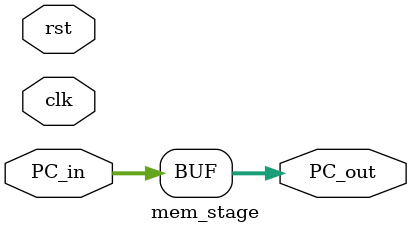
<source format=v>
module mem_stage (
  input clk, rst, 
  input [31:0] PC_in, 
  output [31:0] PC_out
);
  always@(PC_in) begin 
    PC_out = PC_in;
  end
endmodule

</source>
